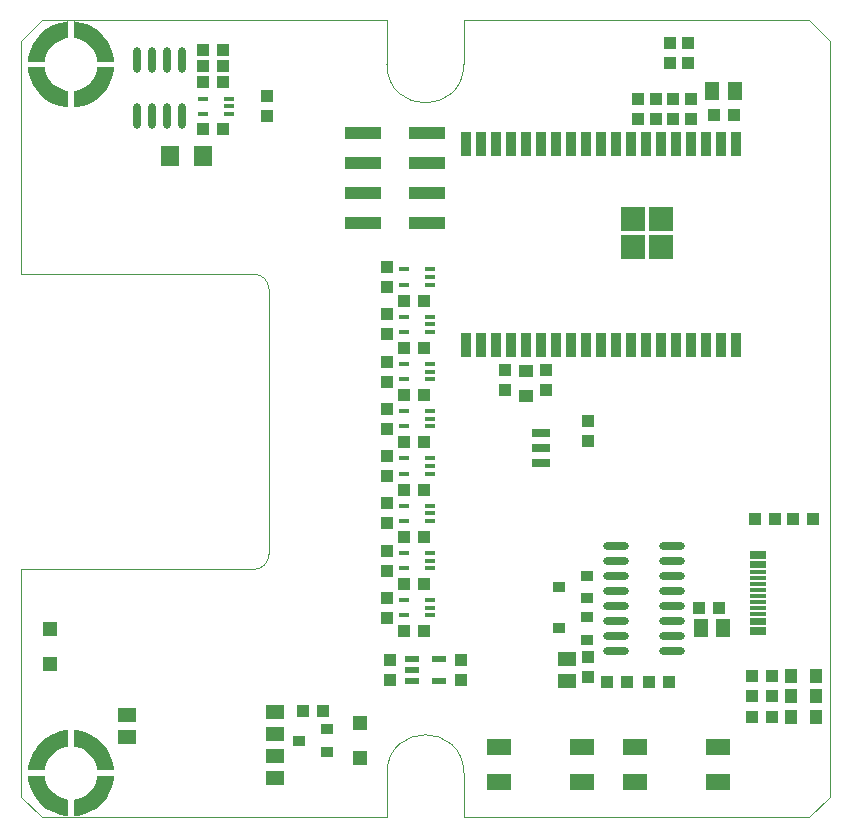
<source format=gtp>
G04*
G04 #@! TF.GenerationSoftware,Altium Limited,Altium Designer,24.4.0 (9)*
G04*
G04 Layer_Color=8421504*
%FSLAX25Y25*%
%MOIN*%
G70*
G04*
G04 #@! TF.SameCoordinates,65D136BF-7807-4BE3-8BD7-7ED8223B60D1*
G04*
G04*
G04 #@! TF.FilePolarity,Positive*
G04*
G01*
G75*
%ADD15C,0.00394*%
%ADD18R,0.07874X0.07874*%
%ADD19R,0.12205X0.03937*%
%ADD20R,0.04803X0.04921*%
%ADD21R,0.04331X0.03937*%
%ADD22R,0.03543X0.01575*%
%ADD23R,0.05709X0.01181*%
%ADD24R,0.05906X0.05118*%
%ADD25R,0.03937X0.04331*%
%ADD26O,0.08661X0.02362*%
%ADD27R,0.03937X0.05118*%
%ADD28R,0.05118X0.05906*%
%ADD29R,0.03937X0.03347*%
%ADD30R,0.03937X0.03347*%
%ADD31O,0.02362X0.08661*%
%ADD32R,0.05906X0.03150*%
%ADD33R,0.07874X0.05512*%
%ADD34R,0.04528X0.02362*%
%ADD35R,0.05118X0.03937*%
%ADD36R,0.06299X0.07087*%
%ADD37R,0.03543X0.07874*%
G36*
X15748Y428D02*
Y5960D01*
X15747D01*
X15010Y6075D01*
X13577Y6487D01*
X12234Y7133D01*
X11018Y7995D01*
X9963Y9050D01*
X9101Y10266D01*
X8455Y11609D01*
X8043Y13042D01*
X7929Y13780D01*
D01*
Y13780D01*
X2396D01*
X2396Y13780D01*
X2455Y12922D01*
X2776Y11234D01*
X3296Y9595D01*
X4008Y8031D01*
X4902Y6562D01*
X5963Y5211D01*
X7179Y3995D01*
X8531Y2933D01*
X9999Y2040D01*
X11564Y1328D01*
X13202Y808D01*
X14891Y487D01*
X15748Y428D01*
X15748Y428D01*
D02*
G37*
G36*
X2397Y15748D02*
X7929D01*
Y15749D01*
X8043Y16486D01*
X8455Y17919D01*
X9101Y19262D01*
X9964Y20479D01*
X11018Y21533D01*
X12234Y22395D01*
X13578Y23041D01*
X15011Y23453D01*
X15748Y23567D01*
Y23567D01*
X15748D01*
Y29100D01*
X15748D01*
X14891Y29041D01*
X13202Y28720D01*
X11564Y28200D01*
X9999Y27488D01*
X8531Y26594D01*
X7179Y25533D01*
X5964Y24317D01*
X4902Y22965D01*
X4009Y21497D01*
X3297Y19932D01*
X2777Y18294D01*
X2455Y16605D01*
X2397Y15748D01*
X2397D01*
D02*
G37*
G36*
X31068Y13780D02*
X25536D01*
X25536Y13779D01*
X25422Y13042D01*
X25010Y11609D01*
X24363Y10265D01*
X23501Y9049D01*
X22446Y7995D01*
X21230Y7132D01*
X19887Y6486D01*
X18454Y6074D01*
X17716Y5960D01*
X17716D01*
X17717D01*
Y427D01*
X17717Y427D01*
X18574Y486D01*
X20263Y808D01*
X21901Y1328D01*
X23465Y2040D01*
X24934Y2933D01*
X26285Y3995D01*
X27501Y5210D01*
X28563Y6562D01*
X29456Y8031D01*
X30168Y9595D01*
X30688Y11233D01*
X31009Y12922D01*
X31068Y13780D01*
Y13780D01*
D02*
G37*
G36*
X17717Y29100D02*
Y23567D01*
X17717Y23567D01*
X18454Y23453D01*
X19887Y23041D01*
X21231Y22395D01*
X22447Y21532D01*
X23501Y20478D01*
X24364Y19262D01*
X25010Y17918D01*
X25422Y16485D01*
X25536Y15748D01*
X25536Y15748D01*
Y15748D01*
X31069D01*
Y15748D01*
X31010Y16605D01*
X30688Y18294D01*
X30168Y19932D01*
X29456Y21497D01*
X28563Y22965D01*
X27501Y24317D01*
X26286Y25532D01*
X24934Y26594D01*
X23465Y27487D01*
X21901Y28199D01*
X20263Y28719D01*
X18574Y29041D01*
X17717Y29100D01*
D01*
D02*
G37*
G36*
X15748Y236649D02*
Y242181D01*
X15747D01*
X15010Y242295D01*
X13577Y242707D01*
X12234Y243353D01*
X11018Y244216D01*
X9963Y245270D01*
X9101Y246486D01*
X8455Y247830D01*
X8043Y249263D01*
X7929Y250000D01*
D01*
Y250000D01*
X2396D01*
X2396Y250000D01*
X2455Y249143D01*
X2776Y247454D01*
X3296Y245816D01*
X4008Y244251D01*
X4902Y242783D01*
X5963Y241431D01*
X7179Y240216D01*
X8531Y239154D01*
X9999Y238261D01*
X11564Y237549D01*
X13202Y237029D01*
X14891Y236707D01*
X15748Y236649D01*
X15748Y236649D01*
D02*
G37*
G36*
X2397Y251969D02*
X7929D01*
Y251969D01*
X8043Y252706D01*
X8455Y254139D01*
X9101Y255483D01*
X9964Y256699D01*
X11018Y257753D01*
X12234Y258615D01*
X13578Y259262D01*
X15011Y259674D01*
X15748Y259788D01*
Y259788D01*
X15748D01*
Y265321D01*
X15748D01*
X14891Y265262D01*
X13202Y264940D01*
X11564Y264420D01*
X9999Y263708D01*
X8531Y262815D01*
X7179Y261753D01*
X5964Y260538D01*
X4902Y259186D01*
X4009Y257717D01*
X3297Y256153D01*
X2777Y254515D01*
X2455Y252826D01*
X2397Y251969D01*
X2397D01*
D02*
G37*
G36*
X31068Y250000D02*
X25536D01*
X25536Y249999D01*
X25422Y249262D01*
X25010Y247829D01*
X24363Y246486D01*
X23501Y245269D01*
X22446Y244215D01*
X21230Y243353D01*
X19887Y242707D01*
X18454Y242295D01*
X17716Y242181D01*
X17716D01*
X17717D01*
Y236648D01*
X17717Y236648D01*
X18574Y236707D01*
X20263Y237028D01*
X21901Y237548D01*
X23465Y238260D01*
X24934Y239154D01*
X26285Y240215D01*
X27501Y241431D01*
X28563Y242782D01*
X29456Y244251D01*
X30168Y245816D01*
X30688Y247454D01*
X31009Y249143D01*
X31068Y250000D01*
Y250000D01*
D02*
G37*
G36*
X17717Y265320D02*
Y259788D01*
X17717Y259788D01*
X18454Y259674D01*
X19887Y259261D01*
X21231Y258615D01*
X22447Y257753D01*
X23501Y256698D01*
X24364Y255482D01*
X25010Y254139D01*
X25422Y252706D01*
X25536Y251968D01*
X25536Y251968D01*
Y251969D01*
X31069D01*
Y251968D01*
X31010Y252826D01*
X30688Y254514D01*
X30168Y256153D01*
X29456Y257717D01*
X28563Y259186D01*
X27501Y260537D01*
X26286Y261753D01*
X24934Y262815D01*
X23465Y263708D01*
X21901Y264420D01*
X20263Y264940D01*
X18574Y265261D01*
X17717Y265320D01*
D01*
D02*
G37*
D15*
X82677Y176102D02*
G03*
X77677Y181102I-5000J0D01*
G01*
Y82677D02*
G03*
X82677Y87677I0J5000D01*
G01*
X147638Y14764D02*
G03*
X122047Y14764I-12795J0D01*
G01*
X122047Y250984D02*
G03*
X147638Y250984I12795J0D01*
G01*
X-0Y6890D02*
Y82677D01*
X-0Y181102D02*
Y258858D01*
X0Y6890D02*
X6890Y0D01*
X0Y258858D02*
X6890Y265748D01*
X-0Y82677D02*
X77677Y82677D01*
X-0Y181102D02*
X77677Y181102D01*
X6890Y-0D02*
X122047D01*
X6890Y265748D02*
X122047D01*
X82677Y87677D02*
Y176102D01*
X122047Y-0D02*
Y14764D01*
X122047Y250984D02*
Y265748D01*
X147638Y-0D02*
Y14764D01*
X147638Y250984D02*
Y265748D01*
X147638Y-0D02*
X262795Y-0D01*
X147638Y265748D02*
X262795Y265748D01*
X262795Y265748D02*
X269685Y258858D01*
X262795Y0D02*
X269685Y6890D01*
X269685Y258858D01*
X269685D02*
X269685D01*
D18*
X203974Y199607D02*
D03*
X203974Y190155D02*
D03*
X213421Y190157D02*
D03*
X213424Y199605D02*
D03*
D19*
X135433Y208032D02*
D03*
Y218032D02*
D03*
X114173Y208032D02*
D03*
Y218032D02*
D03*
X135433Y228031D02*
D03*
X114173D02*
D03*
X135433Y198031D02*
D03*
X114173D02*
D03*
D03*
X135433D02*
D03*
D20*
X113189Y19783D02*
D03*
Y31398D02*
D03*
X9843Y62894D02*
D03*
Y51279D02*
D03*
D21*
X134252Y77756D02*
D03*
X127559Y77756D02*
D03*
X134252Y140748D02*
D03*
X127559Y140748D02*
D03*
X134252Y109252D02*
D03*
X127559Y109252D02*
D03*
X134252Y125000D02*
D03*
X127559Y125000D02*
D03*
Y93504D02*
D03*
X134252D02*
D03*
X134252Y156496D02*
D03*
X127559D02*
D03*
X134252Y172244D02*
D03*
X127559Y172244D02*
D03*
X134252Y62008D02*
D03*
X127559D02*
D03*
X251378Y99409D02*
D03*
X244685Y99409D02*
D03*
X257481Y99410D02*
D03*
X264174Y99410D02*
D03*
X250393Y40354D02*
D03*
X243701Y40354D02*
D03*
X225984Y69882D02*
D03*
X232677Y69882D02*
D03*
X67323Y255906D02*
D03*
X60630Y250591D02*
D03*
X60630Y245275D02*
D03*
X60630Y229330D02*
D03*
X67322Y229330D02*
D03*
X243701Y33464D02*
D03*
X100787Y35433D02*
D03*
X250393Y47244D02*
D03*
X237598Y234252D02*
D03*
X60630Y255906D02*
D03*
X67323Y250591D02*
D03*
X67322Y245275D02*
D03*
X215945Y45276D02*
D03*
X209252D02*
D03*
X250393Y33464D02*
D03*
X195472Y45275D02*
D03*
X202165D02*
D03*
X94094Y35433D02*
D03*
X243701Y47244D02*
D03*
X230905Y234252D02*
D03*
D22*
X127559Y146063D02*
D03*
Y151181D02*
D03*
X136221D02*
D03*
X136221Y148622D02*
D03*
Y146063D02*
D03*
X127559Y130315D02*
D03*
Y135433D02*
D03*
X136221D02*
D03*
Y132874D02*
D03*
Y130315D02*
D03*
X127559Y114567D02*
D03*
Y119685D02*
D03*
X136221D02*
D03*
X136221Y117126D02*
D03*
X136221Y114567D02*
D03*
X127559Y98819D02*
D03*
X127559Y103937D02*
D03*
X136221D02*
D03*
Y101378D02*
D03*
X136221Y98819D02*
D03*
X127559Y88189D02*
D03*
Y83071D02*
D03*
X136221Y88189D02*
D03*
Y83071D02*
D03*
X136221Y85630D02*
D03*
X136221Y177559D02*
D03*
Y182677D02*
D03*
X127559D02*
D03*
Y177559D02*
D03*
X136221Y180118D02*
D03*
Y161811D02*
D03*
X136221Y166929D02*
D03*
X127559D02*
D03*
X127559Y161811D02*
D03*
X136221Y164370D02*
D03*
X127559Y72441D02*
D03*
Y67323D02*
D03*
X136221Y72441D02*
D03*
Y67323D02*
D03*
X136221Y69882D02*
D03*
X69291Y237008D02*
D03*
X60630Y234449D02*
D03*
X69291Y239567D02*
D03*
Y234449D02*
D03*
X60630Y239567D02*
D03*
D23*
X245876Y67913D02*
D03*
Y79724D02*
D03*
X245876Y81693D02*
D03*
X245876Y69882D02*
D03*
X245876Y62697D02*
D03*
Y65945D02*
D03*
Y71850D02*
D03*
Y77756D02*
D03*
Y83661D02*
D03*
Y86910D02*
D03*
Y88090D02*
D03*
Y84842D02*
D03*
Y75787D02*
D03*
Y73819D02*
D03*
Y64764D02*
D03*
Y61516D02*
D03*
D24*
X84646Y20472D02*
D03*
Y12992D02*
D03*
Y35236D02*
D03*
Y27756D02*
D03*
X35433Y26772D02*
D03*
Y34252D02*
D03*
X182087Y52953D02*
D03*
Y45472D02*
D03*
D25*
X122048Y151968D02*
D03*
X122048Y145275D02*
D03*
X122048Y136220D02*
D03*
X122048Y129527D02*
D03*
Y120472D02*
D03*
Y113779D02*
D03*
X122048Y104724D02*
D03*
X122048Y98031D02*
D03*
X205709Y239567D02*
D03*
X205709Y232874D02*
D03*
X211614Y239567D02*
D03*
X211614Y232874D02*
D03*
X217520Y239567D02*
D03*
Y232874D02*
D03*
X223426Y239567D02*
D03*
X223426Y232874D02*
D03*
X81889Y233662D02*
D03*
X122048Y176771D02*
D03*
X188976Y125591D02*
D03*
X146653Y45867D02*
D03*
X123031Y52559D02*
D03*
Y45867D02*
D03*
X188977Y53543D02*
D03*
X216536Y258267D02*
D03*
X122048Y161023D02*
D03*
X81889Y240355D02*
D03*
X122048Y167716D02*
D03*
Y183464D02*
D03*
X122048Y88976D02*
D03*
Y82283D02*
D03*
X175197Y142323D02*
D03*
Y149016D02*
D03*
X161417Y142323D02*
D03*
X161417Y149016D02*
D03*
X188976Y132284D02*
D03*
X122048Y73228D02*
D03*
X122048Y66535D02*
D03*
X146653Y52559D02*
D03*
X188977Y46850D02*
D03*
X222441Y258267D02*
D03*
Y251574D02*
D03*
X216536D02*
D03*
D26*
X198228Y60335D02*
D03*
Y55335D02*
D03*
Y65335D02*
D03*
Y70335D02*
D03*
Y75335D02*
D03*
Y80335D02*
D03*
Y90335D02*
D03*
Y85335D02*
D03*
X217126Y90335D02*
D03*
Y75335D02*
D03*
Y80335D02*
D03*
Y85335D02*
D03*
Y70335D02*
D03*
Y65335D02*
D03*
Y60335D02*
D03*
X217126Y55335D02*
D03*
D27*
X256693Y47244D02*
D03*
X264961D02*
D03*
Y40354D02*
D03*
X256693D02*
D03*
Y33465D02*
D03*
X264961D02*
D03*
D28*
X234055Y62992D02*
D03*
X226575D02*
D03*
X237992Y242126D02*
D03*
X230512Y242126D02*
D03*
D29*
X188779Y73032D02*
D03*
X179331Y76772D02*
D03*
X188779Y59252D02*
D03*
X179331Y62992D02*
D03*
X102165Y21850D02*
D03*
X92716Y25591D02*
D03*
D30*
X188779Y80512D02*
D03*
Y66732D02*
D03*
X102165Y29331D02*
D03*
D31*
X48760Y252559D02*
D03*
X43760D02*
D03*
X53760Y233661D02*
D03*
X38760D02*
D03*
X53760Y252559D02*
D03*
X38760D02*
D03*
X48760Y233661D02*
D03*
X43760D02*
D03*
D32*
X173228Y118032D02*
D03*
Y123031D02*
D03*
Y128032D02*
D03*
D33*
X204724Y11811D02*
D03*
X232283D02*
D03*
X159449D02*
D03*
X187008D02*
D03*
X204724Y23622D02*
D03*
X232283D02*
D03*
X159449D02*
D03*
X187008D02*
D03*
D34*
X130217Y45472D02*
D03*
Y49213D02*
D03*
Y52953D02*
D03*
X139469D02*
D03*
X139469Y45472D02*
D03*
D35*
X168307Y148819D02*
D03*
Y140551D02*
D03*
D36*
X49606Y220472D02*
D03*
X60630D02*
D03*
D37*
X148228Y157480D02*
D03*
X153228Y157480D02*
D03*
X158228D02*
D03*
X163228D02*
D03*
X168220Y157480D02*
D03*
X238221Y157480D02*
D03*
X233221D02*
D03*
X228221D02*
D03*
X223220D02*
D03*
X218220Y157480D02*
D03*
X213221Y157480D02*
D03*
X208221D02*
D03*
X203221D02*
D03*
X198221D02*
D03*
X193220Y157480D02*
D03*
X188221Y157480D02*
D03*
X183221D02*
D03*
X178220D02*
D03*
X173221D02*
D03*
X168220Y224410D02*
D03*
X163228D02*
D03*
X158228D02*
D03*
X153228D02*
D03*
X148228D02*
D03*
X173221D02*
D03*
X178220D02*
D03*
X183221D02*
D03*
X188221Y224410D02*
D03*
X193220Y224410D02*
D03*
X198221D02*
D03*
X203221D02*
D03*
X208221D02*
D03*
X213221Y224410D02*
D03*
X218220Y224410D02*
D03*
X223220D02*
D03*
X228221D02*
D03*
X233221D02*
D03*
X238221Y224410D02*
D03*
M02*

</source>
